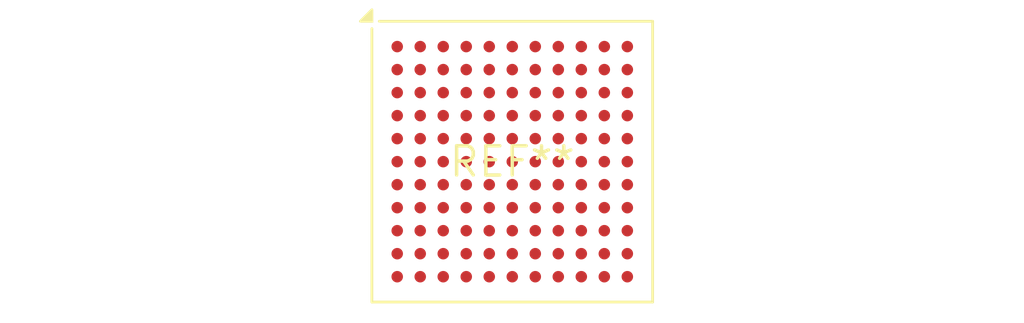
<source format=kicad_pcb>
(kicad_pcb (version 20240108) (generator pcbnew)
  (layers (0 "F.Cu" signal) (31 "B.Cu" signal) (34 "B.Paste" user) (35 "F.Paste" user) (36 "B.SilkS" user "B.Silkscreen") (37 "F.SilkS" user "F.Silkscreen") (38 "B.Mask" user) (39 "F.Mask" user) (44 "Edge.Cuts" user))
  (net 0 "")
  (footprint "BGA-121_12.0x12.0mm_Layout11x11_P1.0mm" (layer "F.Cu") (at 0 0)
    (property "Reference" "REF**")
    (property "Value" "BGA-121_12.0x12.0mm_Layout11x11_P1.0mm")
    (fp_line (start -6.1 -5.78) (end -6.1 6.1) (layer "F.SilkS") (stroke (width 0.12)))
    (fp_line (start -6.1 6.1) (end 6.1 6.1) (layer "F.SilkS") (stroke (width 0.12)))
    (fp_line (start 6.1 -6.1) (end -5.78 -6.1) (layer "F.SilkS") (stroke (width 0.12)))
    (fp_line (start 6.1 6.1) (end 6.1 -6.1) (layer "F.SilkS") (stroke (width 0.12)))
    (fp_poly (pts (xy -6.1 -6.1) (xy -6.6 -6.1) (xy -6.1 -6.6) (xy -6.1 -6.1)) (layer "F.SilkS") (stroke (width 0.12)) (fill solid))
    (pad "A1" smd circle (at -5 -5) (size 0.5 0.5) (property pad_prop_bga) (layers "F.Cu" "F.Paste" "F.Mask"))
    (pad "A2" smd circle (at -4 -5) (size 0.5 0.5) (property pad_prop_bga) (layers "F.Cu" "F.Paste" "F.Mask"))
    (pad "A3" smd circle (at -3 -5) (size 0.5 0.5) (property pad_prop_bga) (layers "F.Cu" "F.Paste" "F.Mask"))
    (pad "A4" smd circle (at -2 -5) (size 0.5 0.5) (property pad_prop_bga) (layers "F.Cu" "F.Paste" "F.Mask"))
    (pad "A5" smd circle (at -1 -5) (size 0.5 0.5) (property pad_prop_bga) (layers "F.Cu" "F.Paste" "F.Mask"))
    (pad "A6" smd circle (at 0 -5) (size 0.5 0.5) (property pad_prop_bga) (layers "F.Cu" "F.Paste" "F.Mask"))
    (pad "A7" smd circle (at 1 -5) (size 0.5 0.5) (property pad_prop_bga) (layers "F.Cu" "F.Paste" "F.Mask"))
    (pad "A8" smd circle (at 2 -5) (size 0.5 0.5) (property pad_prop_bga) (layers "F.Cu" "F.Paste" "F.Mask"))
    (pad "A9" smd circle (at 3 -5) (size 0.5 0.5) (property pad_prop_bga) (layers "F.Cu" "F.Paste" "F.Mask"))
    (pad "A10" smd circle (at 4 -5) (size 0.5 0.5) (property pad_prop_bga) (layers "F.Cu" "F.Paste" "F.Mask"))
    (pad "A11" smd circle (at 5 -5) (size 0.5 0.5) (property pad_prop_bga) (layers "F.Cu" "F.Paste" "F.Mask"))
    (pad "B1" smd circle (at -5 -4) (size 0.5 0.5) (property pad_prop_bga) (layers "F.Cu" "F.Paste" "F.Mask"))
    (pad "B2" smd circle (at -4 -4) (size 0.5 0.5) (property pad_prop_bga) (layers "F.Cu" "F.Paste" "F.Mask"))
    (pad "B3" smd circle (at -3 -4) (size 0.5 0.5) (property pad_prop_bga) (layers "F.Cu" "F.Paste" "F.Mask"))
    (pad "B4" smd circle (at -2 -4) (size 0.5 0.5) (property pad_prop_bga) (layers "F.Cu" "F.Paste" "F.Mask"))
    (pad "B5" smd circle (at -1 -4) (size 0.5 0.5) (property pad_prop_bga) (layers "F.Cu" "F.Paste" "F.Mask"))
    (pad "B6" smd circle (at 0 -4) (size 0.5 0.5) (property pad_prop_bga) (layers "F.Cu" "F.Paste" "F.Mask"))
    (pad "B7" smd circle (at 1 -4) (size 0.5 0.5) (property pad_prop_bga) (layers "F.Cu" "F.Paste" "F.Mask"))
    (pad "B8" smd circle (at 2 -4) (size 0.5 0.5) (property pad_prop_bga) (layers "F.Cu" "F.Paste" "F.Mask"))
    (pad "B9" smd circle (at 3 -4) (size 0.5 0.5) (property pad_prop_bga) (layers "F.Cu" "F.Paste" "F.Mask"))
    (pad "B10" smd circle (at 4 -4) (size 0.5 0.5) (property pad_prop_bga) (layers "F.Cu" "F.Paste" "F.Mask"))
    (pad "B11" smd circle (at 5 -4) (size 0.5 0.5) (property pad_prop_bga) (layers "F.Cu" "F.Paste" "F.Mask"))
    (pad "C1" smd circle (at -5 -3) (size 0.5 0.5) (property pad_prop_bga) (layers "F.Cu" "F.Paste" "F.Mask"))
    (pad "C2" smd circle (at -4 -3) (size 0.5 0.5) (property pad_prop_bga) (layers "F.Cu" "F.Paste" "F.Mask"))
    (pad "C3" smd circle (at -3 -3) (size 0.5 0.5) (property pad_prop_bga) (layers "F.Cu" "F.Paste" "F.Mask"))
    (pad "C4" smd circle (at -2 -3) (size 0.5 0.5) (property pad_prop_bga) (layers "F.Cu" "F.Paste" "F.Mask"))
    (pad "C5" smd circle (at -1 -3) (size 0.5 0.5) (property pad_prop_bga) (layers "F.Cu" "F.Paste" "F.Mask"))
    (pad "C6" smd circle (at 0 -3) (size 0.5 0.5) (property pad_prop_bga) (layers "F.Cu" "F.Paste" "F.Mask"))
    (pad "C7" smd circle (at 1 -3) (size 0.5 0.5) (property pad_prop_bga) (layers "F.Cu" "F.Paste" "F.Mask"))
    (pad "C8" smd circle (at 2 -3) (size 0.5 0.5) (property pad_prop_bga) (layers "F.Cu" "F.Paste" "F.Mask"))
    (pad "C9" smd circle (at 3 -3) (size 0.5 0.5) (property pad_prop_bga) (layers "F.Cu" "F.Paste" "F.Mask"))
    (pad "C10" smd circle (at 4 -3) (size 0.5 0.5) (property pad_prop_bga) (layers "F.Cu" "F.Paste" "F.Mask"))
    (pad "C11" smd circle (at 5 -3) (size 0.5 0.5) (property pad_prop_bga) (layers "F.Cu" "F.Paste" "F.Mask"))
    (pad "D1" smd circle (at -5 -2) (size 0.5 0.5) (property pad_prop_bga) (layers "F.Cu" "F.Paste" "F.Mask"))
    (pad "D2" smd circle (at -4 -2) (size 0.5 0.5) (property pad_prop_bga) (layers "F.Cu" "F.Paste" "F.Mask"))
    (pad "D3" smd circle (at -3 -2) (size 0.5 0.5) (property pad_prop_bga) (layers "F.Cu" "F.Paste" "F.Mask"))
    (pad "D4" smd circle (at -2 -2) (size 0.5 0.5) (property pad_prop_bga) (layers "F.Cu" "F.Paste" "F.Mask"))
    (pad "D5" smd circle (at -1 -2) (size 0.5 0.5) (property pad_prop_bga) (layers "F.Cu" "F.Paste" "F.Mask"))
    (pad "D6" smd circle (at 0 -2) (size 0.5 0.5) (property pad_prop_bga) (layers "F.Cu" "F.Paste" "F.Mask"))
    (pad "D7" smd circle (at 1 -2) (size 0.5 0.5) (property pad_prop_bga) (layers "F.Cu" "F.Paste" "F.Mask"))
    (pad "D8" smd circle (at 2 -2) (size 0.5 0.5) (property pad_prop_bga) (layers "F.Cu" "F.Paste" "F.Mask"))
    (pad "D9" smd circle (at 3 -2) (size 0.5 0.5) (property pad_prop_bga) (layers "F.Cu" "F.Paste" "F.Mask"))
    (pad "D10" smd circle (at 4 -2) (size 0.5 0.5) (property pad_prop_bga) (layers "F.Cu" "F.Paste" "F.Mask"))
    (pad "D11" smd circle (at 5 -2) (size 0.5 0.5) (property pad_prop_bga) (layers "F.Cu" "F.Paste" "F.Mask"))
    (pad "E1" smd circle (at -5 -1) (size 0.5 0.5) (property pad_prop_bga) (layers "F.Cu" "F.Paste" "F.Mask"))
    (pad "E2" smd circle (at -4 -1) (size 0.5 0.5) (property pad_prop_bga) (layers "F.Cu" "F.Paste" "F.Mask"))
    (pad "E3" smd circle (at -3 -1) (size 0.5 0.5) (property pad_prop_bga) (layers "F.Cu" "F.Paste" "F.Mask"))
    (pad "E4" smd circle (at -2 -1) (size 0.5 0.5) (property pad_prop_bga) (layers "F.Cu" "F.Paste" "F.Mask"))
    (pad "E5" smd circle (at -1 -1) (size 0.5 0.5) (property pad_prop_bga) (layers "F.Cu" "F.Paste" "F.Mask"))
    (pad "E6" smd circle (at 0 -1) (size 0.5 0.5) (property pad_prop_bga) (layers "F.Cu" "F.Paste" "F.Mask"))
    (pad "E7" smd circle (at 1 -1) (size 0.5 0.5) (property pad_prop_bga) (layers "F.Cu" "F.Paste" "F.Mask"))
    (pad "E8" smd circle (at 2 -1) (size 0.5 0.5) (property pad_prop_bga) (layers "F.Cu" "F.Paste" "F.Mask"))
    (pad "E9" smd circle (at 3 -1) (size 0.5 0.5) (property pad_prop_bga) (layers "F.Cu" "F.Paste" "F.Mask"))
    (pad "E10" smd circle (at 4 -1) (size 0.5 0.5) (property pad_prop_bga) (layers "F.Cu" "F.Paste" "F.Mask"))
    (pad "E11" smd circle (at 5 -1) (size 0.5 0.5) (property pad_prop_bga) (layers "F.Cu" "F.Paste" "F.Mask"))
    (pad "F1" smd circle (at -5 0) (size 0.5 0.5) (property pad_prop_bga) (layers "F.Cu" "F.Paste" "F.Mask"))
    (pad "F2" smd circle (at -4 0) (size 0.5 0.5) (property pad_prop_bga) (layers "F.Cu" "F.Paste" "F.Mask"))
    (pad "F3" smd circle (at -3 0) (size 0.5 0.5) (property pad_prop_bga) (layers "F.Cu" "F.Paste" "F.Mask"))
    (pad "F4" smd circle (at -2 0) (size 0.5 0.5) (property pad_prop_bga) (layers "F.Cu" "F.Paste" "F.Mask"))
    (pad "F5" smd circle (at -1 0) (size 0.5 0.5) (property pad_prop_bga) (layers "F.Cu" "F.Paste" "F.Mask"))
    (pad "F6" smd circle (at 0 0) (size 0.5 0.5) (property pad_prop_bga) (layers "F.Cu" "F.Paste" "F.Mask"))
    (pad "F7" smd circle (at 1 0) (size 0.5 0.5) (property pad_prop_bga) (layers "F.Cu" "F.Paste" "F.Mask"))
    (pad "F8" smd circle (at 2 0) (size 0.5 0.5) (property pad_prop_bga) (layers "F.Cu" "F.Paste" "F.Mask"))
    (pad "F9" smd circle (at 3 0) (size 0.5 0.5) (property pad_prop_bga) (layers "F.Cu" "F.Paste" "F.Mask"))
    (pad "F10" smd circle (at 4 0) (size 0.5 0.5) (property pad_prop_bga) (layers "F.Cu" "F.Paste" "F.Mask"))
    (pad "F11" smd circle (at 5 0) (size 0.5 0.5) (property pad_prop_bga) (layers "F.Cu" "F.Paste" "F.Mask"))
    (pad "G1" smd circle (at -5 1) (size 0.5 0.5) (property pad_prop_bga) (layers "F.Cu" "F.Paste" "F.Mask"))
    (pad "G2" smd circle (at -4 1) (size 0.5 0.5) (property pad_prop_bga) (layers "F.Cu" "F.Paste" "F.Mask"))
    (pad "G3" smd circle (at -3 1) (size 0.5 0.5) (property pad_prop_bga) (layers "F.Cu" "F.Paste" "F.Mask"))
    (pad "G4" smd circle (at -2 1) (size 0.5 0.5) (property pad_prop_bga) (layers "F.Cu" "F.Paste" "F.Mask"))
    (pad "G5" smd circle (at -1 1) (size 0.5 0.5) (property pad_prop_bga) (layers "F.Cu" "F.Paste" "F.Mask"))
    (pad "G6" smd circle (at 0 1) (size 0.5 0.5) (property pad_prop_bga) (layers "F.Cu" "F.Paste" "F.Mask"))
    (pad "G7" smd circle (at 1 1) (size 0.5 0.5) (property pad_prop_bga) (layers "F.Cu" "F.Paste" "F.Mask"))
    (pad "G8" smd circle (at 2 1) (size 0.5 0.5) (property pad_prop_bga) (layers "F.Cu" "F.Paste" "F.Mask"))
    (pad "G9" smd circle (at 3 1) (size 0.5 0.5) (property pad_prop_bga) (layers "F.Cu" "F.Paste" "F.Mask"))
    (pad "G10" smd circle (at 4 1) (size 0.5 0.5) (property pad_prop_bga) (layers "F.Cu" "F.Paste" "F.Mask"))
    (pad "G11" smd circle (at 5 1) (size 0.5 0.5) (property pad_prop_bga) (layers "F.Cu" "F.Paste" "F.Mask"))
    (pad "H1" smd circle (at -5 2) (size 0.5 0.5) (property pad_prop_bga) (layers "F.Cu" "F.Paste" "F.Mask"))
    (pad "H2" smd circle (at -4 2) (size 0.5 0.5) (property pad_prop_bga) (layers "F.Cu" "F.Paste" "F.Mask"))
    (pad "H3" smd circle (at -3 2) (size 0.5 0.5) (property pad_prop_bga) (layers "F.Cu" "F.Paste" "F.Mask"))
    (pad "H4" smd circle (at -2 2) (size 0.5 0.5) (property pad_prop_bga) (layers "F.Cu" "F.Paste" "F.Mask"))
    (pad "H5" smd circle (at -1 2) (size 0.5 0.5) (property pad_prop_bga) (layers "F.Cu" "F.Paste" "F.Mask"))
    (pad "H6" smd circle (at 0 2) (size 0.5 0.5) (property pad_prop_bga) (layers "F.Cu" "F.Paste" "F.Mask"))
    (pad "H7" smd circle (at 1 2) (size 0.5 0.5) (property pad_prop_bga) (layers "F.Cu" "F.Paste" "F.Mask"))
    (pad "H8" smd circle (at 2 2) (size 0.5 0.5) (property pad_prop_bga) (layers "F.Cu" "F.Paste" "F.Mask"))
    (pad "H9" smd circle (at 3 2) (size 0.5 0.5) (property pad_prop_bga) (layers "F.Cu" "F.Paste" "F.Mask"))
    (pad "H10" smd circle (at 4 2) (size 0.5 0.5) (property pad_prop_bga) (layers "F.Cu" "F.Paste" "F.Mask"))
    (pad "H11" smd circle (at 5 2) (size 0.5 0.5) (property pad_prop_bga) (layers "F.Cu" "F.Paste" "F.Mask"))
    (pad "J1" smd circle (at -5 3) (size 0.5 0.5) (property pad_prop_bga) (layers "F.Cu" "F.Paste" "F.Mask"))
    (pad "J2" smd circle (at -4 3) (size 0.5 0.5) (property pad_prop_bga) (layers "F.Cu" "F.Paste" "F.Mask"))
    (pad "J3" smd circle (at -3 3) (size 0.5 0.5) (property pad_prop_bga) (layers "F.Cu" "F.Paste" "F.Mask"))
    (pad "J4" smd circle (at -2 3) (size 0.5 0.5) (property pad_prop_bga) (layers "F.Cu" "F.Paste" "F.Mask"))
    (pad "J5" smd circle (at -1 3) (size 0.5 0.5) (property pad_prop_bga) (layers "F.Cu" "F.Paste" "F.Mask"))
    (pad "J6" smd circle (at 0 3) (size 0.5 0.5) (property pad_prop_bga) (layers "F.Cu" "F.Paste" "F.Mask"))
    (pad "J7" smd circle (at 1 3) (size 0.5 0.5) (property pad_prop_bga) (layers "F.Cu" "F.Paste" "F.Mask"))
    (pad "J8" smd circle (at 2 3) (size 0.5 0.5) (property pad_prop_bga) (layers "F.Cu" "F.Paste" "F.Mask"))
    (pad "J9" smd circle (at 3 3) (size 0.5 0.5) (property pad_prop_bga) (layers "F.Cu" "F.Paste" "F.Mask"))
    (pad "J10" smd circle (at 4 3) (size 0.5 0.5) (property pad_prop_bga) (layers "F.Cu" "F.Paste" "F.Mask"))
    (pad "J11" smd circle (at 5 3) (size 0.5 0.5) (property pad_prop_bga) (layers "F.Cu" "F.Paste" "F.Mask"))
    (pad "K1" smd circle (at -5 4) (size 0.5 0.5) (property pad_prop_bga) (layers "F.Cu" "F.Paste" "F.Mask"))
    (pad "K2" smd circle (at -4 4) (size 0.5 0.5) (property pad_prop_bga) (layers "F.Cu" "F.Paste" "F.Mask"))
    (pad "K3" smd circle (at -3 4) (size 0.5 0.5) (property pad_prop_bga) (layers "F.Cu" "F.Paste" "F.Mask"))
    (pad "K4" smd circle (at -2 4) (size 0.5 0.5) (property pad_prop_bga) (layers "F.Cu" "F.Paste" "F.Mask"))
    (pad "K5" smd circle (at -1 4) (size 0.5 0.5) (property pad_prop_bga) (layers "F.Cu" "F.Paste" "F.Mask"))
    (pad "K6" smd circle (at 0 4) (size 0.5 0.5) (property pad_prop_bga) (layers "F.Cu" "F.Paste" "F.Mask"))
    (pad "K7" smd circle (at 1 4) (size 0.5 0.5) (property pad_prop_bga) (layers "F.Cu" "F.Paste" "F.Mask"))
    (pad "K8" smd circle (at 2 4) (size 0.5 0.5) (property pad_prop_bga) (layers "F.Cu" "F.Paste" "F.Mask"))
    (pad "K9" smd circle (at 3 4) (size 0.5 0.5) (property pad_prop_bga) (layers "F.Cu" "F.Paste" "F.Mask"))
    (pad "K10" smd circle (at 4 4) (size 0.5 0.5) (property pad_prop_bga) (layers "F.Cu" "F.Paste" "F.Mask"))
    (pad "K11" smd circle (at 5 4) (size 0.5 0.5) (property pad_prop_bga) (layers "F.Cu" "F.Paste" "F.Mask"))
    (pad "L1" smd circle (at -5 5) (size 0.5 0.5) (property pad_prop_bga) (layers "F.Cu" "F.Paste" "F.Mask"))
    (pad "L2" smd circle (at -4 5) (size 0.5 0.5) (property pad_prop_bga) (layers "F.Cu" "F.Paste" "F.Mask"))
    (pad "L3" smd circle (at -3 5) (size 0.5 0.5) (property pad_prop_bga) (layers "F.Cu" "F.Paste" "F.Mask"))
    (pad "L4" smd circle (at -2 5) (size 0.5 0.5) (property pad_prop_bga) (layers "F.Cu" "F.Paste" "F.Mask"))
    (pad "L5" smd circle (at -1 5) (size 0.5 0.5) (property pad_prop_bga) (layers "F.Cu" "F.Paste" "F.Mask"))
    (pad "L6" smd circle (at 0 5) (size 0.5 0.5) (property pad_prop_bga) (layers "F.Cu" "F.Paste" "F.Mask"))
    (pad "L7" smd circle (at 1 5) (size 0.5 0.5) (property pad_prop_bga) (layers "F.Cu" "F.Paste" "F.Mask"))
    (pad "L8" smd circle (at 2 5) (size 0.5 0.5) (property pad_prop_bga) (layers "F.Cu" "F.Paste" "F.Mask"))
    (pad "L9" smd circle (at 3 5) (size 0.5 0.5) (property pad_prop_bga) (layers "F.Cu" "F.Paste" "F.Mask"))
    (pad "L10" smd circle (at 4 5) (size 0.5 0.5) (property pad_prop_bga) (layers "F.Cu" "F.Paste" "F.Mask"))
    (pad "L11" smd circle (at 5 5) (size 0.5 0.5) (property pad_prop_bga) (layers "F.Cu" "F.Paste" "F.Mask"))
  )
)
</source>
